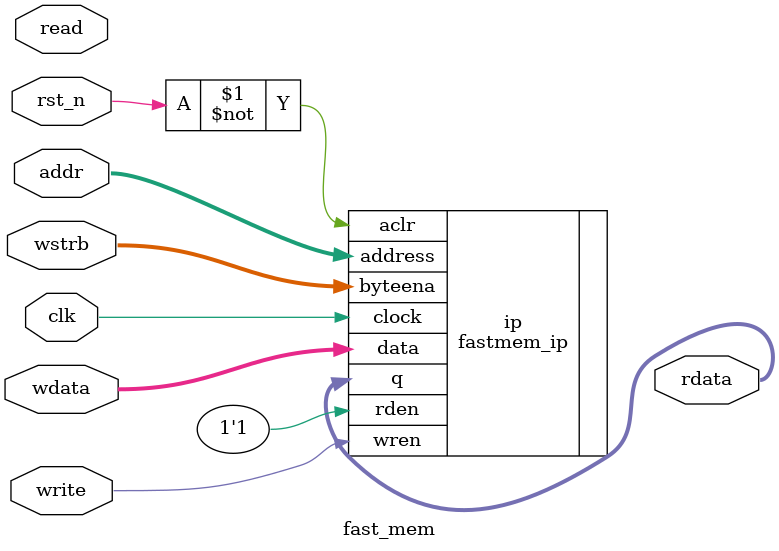
<source format=sv>

module fast_mem
   (
    input	  rst_n,
    input	  clk,
    input	  write,
    input	  read,
    input [3:0]   wstrb,
    input [12:0]  addr,
    input [31:0]  wdata,
    output [31:0] rdata
    );

   fastmem_ip ip (
		  .aclr ( ~rst_n ),
		  .address ( addr ),
		  .byteena ( wstrb ),
		  .clock ( clk ),
		  .data ( wdata ),
		  .rden ( 1'b1 ), // Slows down too much to modulate
		  .wren ( write ),
		  .q ( rdata )
		  );
endmodule // fast_mem

</source>
